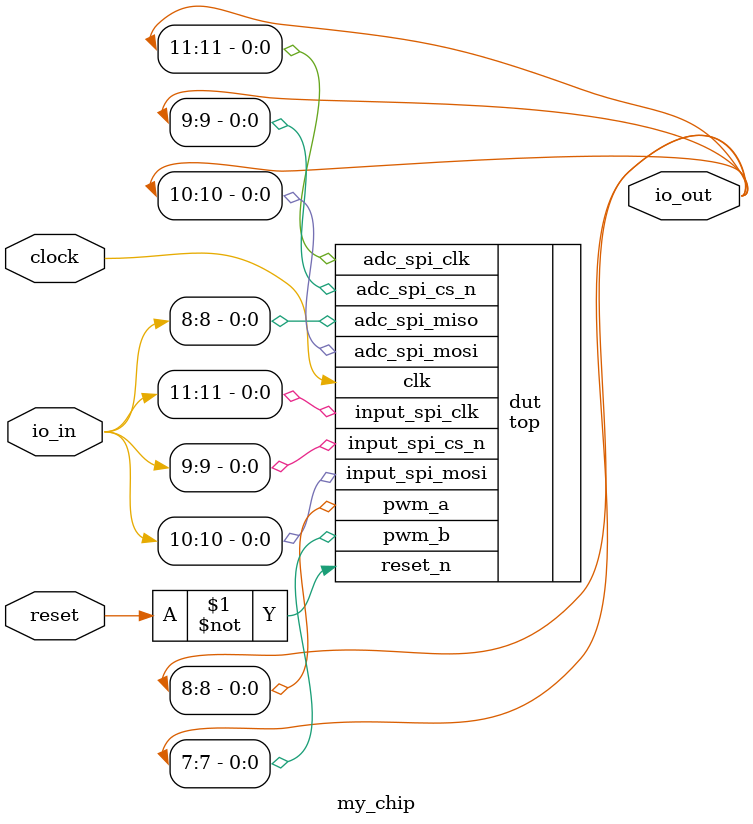
<source format=sv>
`default_nettype none

module my_chip (
    input logic [11:0] io_in, // Inputs to your chip
    output logic [11:0] io_out, // Outputs from your chip
    input logic clock,
    input logic reset // Important: Reset is ACTIVE-HIGH
);

    top dut (
        .clk            (clock),
        .reset_n        (~reset),   
        .input_spi_clk  (io_in[11]),
        .input_spi_mosi (io_in[10]),
        .input_spi_cs_n (io_in[9]),
        .adc_spi_clk    (io_out[11]),
        .adc_spi_miso   (io_in[8]),
        .adc_spi_mosi   (io_out[10]),
        .adc_spi_cs_n   (io_out[9]),
        .pwm_a          (io_out[8]),
        .pwm_b          (io_out[7])
    );

endmodule : my_chip
</source>
